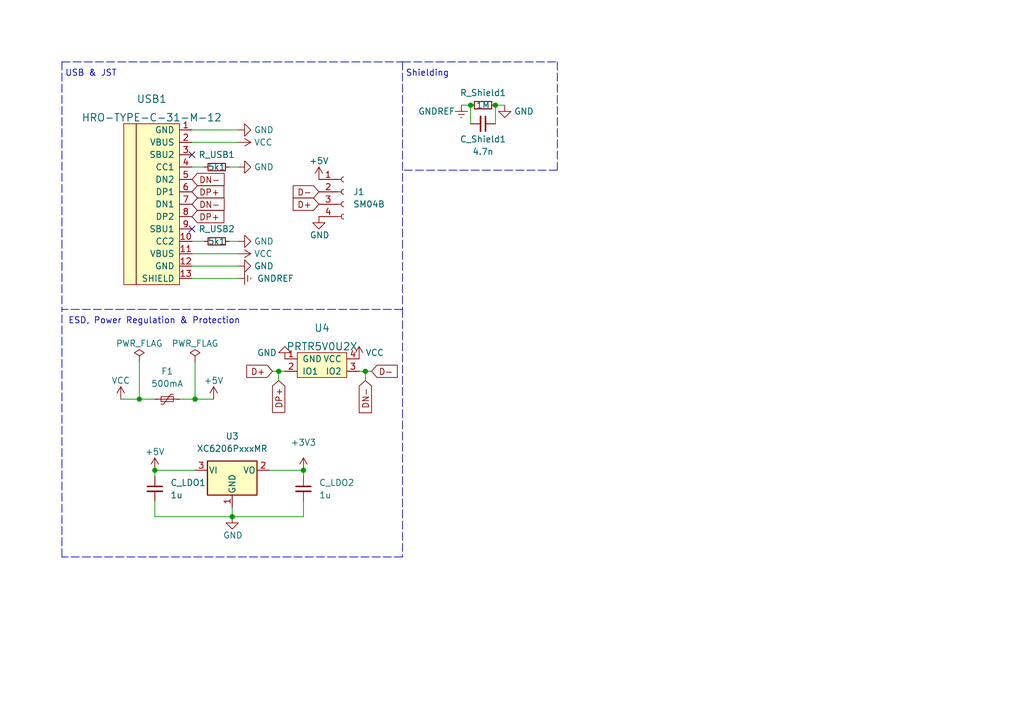
<source format=kicad_sch>
(kicad_sch (version 20231120) (generator "eeschema") (generator_version "8.0")
  (paper "A5")
  (lib_symbols
    (symbol "Connector:Conn_01x04_Female" (pin_names (offset 1.016) hide)
      (property "Reference" "J" (at 0 5.08 0))
      (property "Value" "Conn_01x04_Female" (at 0 -7.62 0))
      (symbol "Conn_01x04_Female_1_1"
        (arc (start 0 -4.572) (mid -0.5058 -5.08) (end 0 -5.588) (stroke (width 0.1524)))
        (arc (start 0 -2.032) (mid -0.5058 -2.54) (end 0 -3.048) (stroke (width 0.1524)))
        (polyline (pts (xy -1.27 -5.08) (xy -0.508 -5.08)) (stroke (width 0.1524)))
        (polyline (pts (xy -1.27 -2.54) (xy -0.508 -2.54)) (stroke (width 0.1524)))
        (polyline (pts (xy -1.27 0) (xy -0.508 0)) (stroke (width 0.1524)))
        (polyline (pts (xy -1.27 2.54) (xy -0.508 2.54)) (stroke (width 0.1524)))
        (arc (start 0 0.508) (mid -0.5058 0) (end 0 -0.508) (stroke (width 0.1524)))
        (arc (start 0 3.048) (mid -0.5058 2.54) (end 0 2.032) (stroke (width 0.1524)))
        (pin passive line (at -5.08 2.54 0) (length 3.81) (name "Pin_1") (number "1"))
        (pin passive line (at -5.08 0 0) (length 3.81) (name "Pin_2") (number "2"))
        (pin passive line (at -5.08 -2.54 0) (length 3.81) (name "Pin_3") (number "3"))
        (pin passive line (at -5.08 -5.08 0) (length 3.81) (name "Pin_4") (number "4"))
      )
    )
    (symbol "Device:C_Small" (pin_numbers hide) (pin_names (offset 0.254) hide)
      (property "Reference" "C" (at 0.254 1.778 0))
      (property "Value" "C_Small" (at 0.254 -2.032 0))
      (symbol "C_Small_0_1"
        (polyline (pts (xy -1.524 -0.508) (xy 1.524 -0.508)) (stroke (width 0.3302)))
        (polyline (pts (xy -1.524 0.508) (xy 1.524 0.508)) (stroke (width 0.3048)))
      )
      (symbol "C_Small_1_1"
        (pin passive line (at 0 2.54 270) (length 2.032) (name "~") (number "1"))
        (pin passive line (at 0 -2.54 90) (length 2.032) (name "~") (number "2"))
      )
    )
    (symbol "Device:Polyfuse_Small" (pin_numbers hide) (pin_names (offset 0))
      (property "Reference" "F" (at -1.905 0 90))
      (property "Value" "Polyfuse_Small" (at 1.905 0 90))
      (symbol "Polyfuse_Small_0_1"
        (rectangle (start -0.508 1.27) (end 0.508 -1.27))
        (polyline (pts (xy 0 2.54) (xy 0 -2.54)))
        (polyline (pts (xy -1.016 1.27) (xy -1.016 0.762) (xy 1.016 -0.762) (xy 1.016 -1.27)))
      )
      (symbol "Polyfuse_Small_1_1"
        (pin passive line (at 0 2.54 270) (length 0.635) (name "~") (number "1"))
        (pin passive line (at 0 -2.54 90) (length 0.635) (name "~") (number "2"))
      )
    )
    (symbol "Device:R_Small" (pin_numbers hide) (pin_names (offset 0.254) hide)
      (property "Reference" "R" (at 0.762 0.508 0))
      (property "Value" "R_Small" (at 0.762 -1.016 0))
      (symbol "R_Small_0_1"
        (rectangle (start -0.762 1.778) (end 0.762 -1.778) (stroke (width 0.2032)))
      )
      (symbol "R_Small_1_1"
        (pin passive line (at 0 2.54 270) (length 0.762) (name "~") (number "1"))
        (pin passive line (at 0 -2.54 90) (length 0.762) (name "~") (number "2"))
      )
    )
    (symbol "Regulator_Linear:XC6206PxxxMR" (pin_names (offset 0.254))
      (property "Reference" "U" (at -3.81 3.175 0))
      (property "Value" "XC6206PxxxMR" (at 0 3.175 0))
      (symbol "XC6206PxxxMR_0_1"
        (rectangle (start -5.08 1.905) (end 5.08 -5.08) (stroke (width 0.254)) (fill (type background)))
      )
      (symbol "XC6206PxxxMR_1_1"
        (pin power_in line (at 0 -7.62 90) (length 2.54) (name "GND") (number "1"))
        (pin power_out line (at 7.62 0 180) (length 2.54) (name "VO") (number "2"))
        (pin power_in line (at -7.62 0 0) (length 2.54) (name "VI") (number "3"))
      )
    )
    (symbol "cipulot_parts:HRO-TYPE-C-31-M-12" (pin_names (offset 1.016))
      (property "Reference" "USB" (at -5.08 16.51 0))
      (property "Value" "HRO-TYPE-C-31-M-12" (at -10.16 -1.27 90))
      (symbol "HRO-TYPE-C-31-M-12_0_1"
        (rectangle (start -11.43 15.24) (end -8.89 -17.78) (fill (type background)))
        (rectangle (start 0 -17.78) (end -8.89 15.24) (fill (type background)))
      )
      (symbol "HRO-TYPE-C-31-M-12_1_1"
        (pin input line (at 2.54 13.97 180) (length 2.54) (name "GND") (number "1"))
        (pin input line (at 2.54 -8.89 180) (length 2.54) (name "CC2") (number "10"))
        (pin input line (at 2.54 -11.43 180) (length 2.54) (name "VBUS") (number "11"))
        (pin input line (at 2.54 -13.97 180) (length 2.54) (name "GND") (number "12"))
        (pin input line (at 2.54 -16.51 180) (length 2.54) (name "SHIELD") (number "13"))
        (pin input line (at 2.54 11.43 180) (length 2.54) (name "VBUS") (number "2"))
        (pin input line (at 2.54 8.89 180) (length 2.54) (name "SBU2") (number "3"))
        (pin input line (at 2.54 6.35 180) (length 2.54) (name "CC1") (number "4"))
        (pin input line (at 2.54 3.81 180) (length 2.54) (name "DN2") (number "5"))
        (pin input line (at 2.54 1.27 180) (length 2.54) (name "DP1") (number "6"))
        (pin input line (at 2.54 -1.27 180) (length 2.54) (name "DN1") (number "7"))
        (pin input line (at 2.54 -3.81 180) (length 2.54) (name "DP2") (number "8"))
        (pin input line (at 2.54 -6.35 180) (length 2.54) (name "SBU1") (number "9"))
      )
    )
    (symbol "cipulot_parts:PRTR5V0U2X" (pin_names (offset 1.016))
      (property "Reference" "U" (at 0 3.81 0))
      (property "Value" "PRTR5V0U2X" (at 0 -3.81 0))
      (symbol "PRTR5V0U2X_0_1"
        (rectangle (start -5.08 2.54) (end 5.08 -2.54) (fill (type background)))
      )
      (symbol "PRTR5V0U2X_1_1"
        (pin input line (at -7.62 1.27 0) (length 2.54) (name "GND") (number "1"))
        (pin input line (at -7.62 -1.27 0) (length 2.54) (name "IO1") (number "2"))
        (pin input line (at 7.62 -1.27 180) (length 2.54) (name "IO2") (number "3"))
        (pin input line (at 7.62 1.27 180) (length 2.54) (name "VCC") (number "4"))
      )
    )
    (symbol "power:+3V3" (power) (pin_names (offset 0))
      (property "Value" "+3V3" (at 0 3.556 0))
      (symbol "+3V3_0_1"
        (polyline (pts (xy -0.762 1.27) (xy 0 2.54)))
        (polyline (pts (xy 0 0) (xy 0 2.54)))
        (polyline (pts (xy 0 2.54) (xy 0.762 1.27)))
      )
      (symbol "+3V3_1_1"
        (pin power_in line (at 0 0 90) (length 0) hide (name "+3V3") (number "1"))
      )
    )
    (symbol "power:+5V" (power) (pin_names (offset 0))
      (property "Value" "+5V" (at 0 3.556 0))
      (symbol "+5V_0_1"
        (polyline (pts (xy -0.762 1.27) (xy 0 2.54)))
        (polyline (pts (xy 0 0) (xy 0 2.54)))
        (polyline (pts (xy 0 2.54) (xy 0.762 1.27)))
      )
      (symbol "+5V_1_1"
        (pin power_in line (at 0 0 90) (length 0) hide (name "+5V") (number "1"))
      )
    )
    (symbol "power:GND" (power) (pin_names (offset 0))
      (property "Value" "GND" (at 0 -3.81 0))
      (symbol "GND_0_1"
        (polyline (pts (xy 0 0) (xy 0 -1.27) (xy 1.27 -1.27) (xy 0 -2.54) (xy -1.27 -1.27) (xy 0 -1.27)))
      )
      (symbol "GND_1_1"
        (pin power_in line (at 0 0 270) (length 0) hide (name "GND") (number "1"))
      )
    )
    (symbol "power:GNDREF" (power) (pin_names (offset 0))
      (property "Value" "GNDREF" (at 0 -3.81 0))
      (symbol "GNDREF_0_1"
        (polyline (pts (xy -0.635 -1.905) (xy 0.635 -1.905)))
        (polyline (pts (xy -0.127 -2.54) (xy 0.127 -2.54)))
        (polyline (pts (xy 0 -1.27) (xy 0 0)))
        (polyline (pts (xy 1.27 -1.27) (xy -1.27 -1.27)))
      )
      (symbol "GNDREF_1_1"
        (pin power_in line (at 0 0 270) (length 0) hide (name "GNDREF") (number "1"))
      )
    )
    (symbol "power:PWR_FLAG" (power) (pin_numbers hide) (pin_names (offset 0) hide)
      (property "Value" "PWR_FLAG" (at 0 3.81 0))
      (symbol "PWR_FLAG_0_0"
        (pin power_out line (at 0 0 90) (length 0) (name "pwr") (number "1"))
      )
      (symbol "PWR_FLAG_0_1"
        (polyline (pts (xy 0 0) (xy 0 1.27) (xy -1.016 1.905) (xy 0 2.54) (xy 1.016 1.905) (xy 0 1.27)))
      )
    )
    (symbol "power:VCC" (power) (pin_names (offset 0))
      (property "Value" "VCC" (at 0 3.81 0))
      (symbol "VCC_0_1"
        (polyline (pts (xy -0.762 1.27) (xy 0 2.54)))
        (polyline (pts (xy 0 0) (xy 0 2.54)))
        (polyline (pts (xy 0 2.54) (xy 0.762 1.27)))
      )
      (symbol "VCC_1_1"
        (pin power_in line (at 0 0 90) (length 0) hide (name "VCC") (number "1"))
      )
    )
  )
  (junction (at 96.52 21.59))
  (junction (at 40.005 81.915))
  (junction (at 57.15 76.2))
  (junction (at 62.23 96.52))
  (junction (at 74.93 76.2))
  (junction (at 101.6 21.59))
  (junction (at 47.625 106.045))
  (junction (at 31.75 96.52))
  (junction (at 28.575 81.915))
  (no_connect (at 39.37 46.99))
  (no_connect (at 39.37 31.75))
  (wire (pts (xy 31.75 96.52) (xy 31.75 97.79)))
  (polyline (pts (xy 82.55 12.7) (xy 82.55 63.5)) (stroke (width 0) (type dash)))
  (wire (pts (xy 24.765 81.915) (xy 28.575 81.915)))
  (wire (pts (xy 96.52 21.59) (xy 96.52 25.4)))
  (wire (pts (xy 47.625 104.14) (xy 47.625 106.045)))
  (polyline (pts (xy 12.7 114.3) (xy 12.7 63.5)) (stroke (width 0) (type dash)))
  (wire (pts (xy 31.75 96.52) (xy 40.005 96.52)))
  (polyline (pts (xy 114.3 12.7) (xy 114.3 34.925)) (stroke (width 0) (type dash)))
  (wire (pts (xy 74.93 76.2) (xy 74.93 78.105)))
  (wire (pts (xy 46.99 49.53) (xy 48.895 49.53)))
  (wire (pts (xy 57.15 76.2) (xy 58.42 76.2)))
  (wire (pts (xy 73.66 76.2) (xy 74.93 76.2)))
  (wire (pts (xy 55.245 96.52) (xy 62.23 96.52)))
  (wire (pts (xy 39.37 26.67) (xy 48.895 26.67)))
  (wire (pts (xy 101.6 21.59) (xy 101.6 25.4)))
  (polyline (pts (xy 12.7 12.7) (xy 12.7 63.5)) (stroke (width 0) (type dash)))
  (wire (pts (xy 36.83 81.915) (xy 40.005 81.915)))
  (wire (pts (xy 101.6 21.59) (xy 103.505 21.59)))
  (polyline (pts (xy 82.55 114.3) (xy 12.7 114.3)) (stroke (width 0) (type dash)))
  (wire (pts (xy 28.575 81.915) (xy 31.75 81.915)))
  (wire (pts (xy 31.75 102.87) (xy 31.75 106.045)))
  (wire (pts (xy 39.37 49.53) (xy 41.91 49.53)))
  (wire (pts (xy 40.005 81.915) (xy 43.815 81.915)))
  (wire (pts (xy 39.37 57.15) (xy 48.895 57.15)))
  (wire (pts (xy 46.99 34.29) (xy 48.895 34.29)))
  (wire (pts (xy 39.37 34.29) (xy 41.91 34.29)))
  (wire (pts (xy 62.23 106.045) (xy 62.23 102.87)))
  (wire (pts (xy 39.37 52.07) (xy 48.895 52.07)))
  (polyline (pts (xy 82.55 63.5) (xy 82.55 114.3)) (stroke (width 0) (type dash)))
  (polyline (pts (xy 82.55 63.5) (xy 12.7 63.5)) (stroke (width 0) (type dash)))
  (wire (pts (xy 94.615 21.59) (xy 96.52 21.59)))
  (wire (pts (xy 28.575 74.295) (xy 28.575 81.915)))
  (wire (pts (xy 74.93 76.2) (xy 76.2 76.2)))
  (wire (pts (xy 39.37 29.21) (xy 48.895 29.21)))
  (wire (pts (xy 62.23 96.52) (xy 62.23 97.79)))
  (polyline (pts (xy 114.3 34.925) (xy 82.55 34.925)) (stroke (width 0) (type dash)))
  (polyline (pts (xy 12.7 12.7) (xy 82.55 12.7)) (stroke (width 0) (type dash)))
  (wire (pts (xy 39.37 54.61) (xy 48.895 54.61)))
  (wire (pts (xy 57.15 76.2) (xy 57.15 78.105)))
  (polyline (pts (xy 82.55 12.7) (xy 114.3 12.7)) (stroke (width 0) (type dash)))
  (wire (pts (xy 31.75 106.045) (xy 47.625 106.045)))
  (wire (pts (xy 47.625 106.045) (xy 62.23 106.045)))
  (wire (pts (xy 55.88 76.2) (xy 57.15 76.2)))
  (wire (pts (xy 40.005 74.295) (xy 40.005 81.915)))
  (text "Shielding\n" (at 83.185 15.875 0) (effects (font (size 1.27 1.27)) (justify left bottom)))
  (text "ESD, Power Regulation & Protection" (at 13.97 66.675 0) (effects (font (size 1.27 1.27)) (justify left bottom)))
  (text "USB & JST\n" (at 13.335 15.875 0) (effects (font (size 1.27 1.27)) (justify left bottom)))
  (global_label "D-" (shape input) (at 76.2 76.2 0) (property "Intersheetrefs" "${INTERSHEET_REFS}" (effects (hide yes))))
  (global_label "D+" (shape input) (at 55.88 76.2 180) (property "Intersheetrefs" "${INTERSHEET_REFS}" (effects (hide yes))))
  (global_label "D+" (shape input) (at 65.405 41.91 180) (property "Intersheetrefs" "${INTERSHEET_REFS}" (effects (hide yes))))
  (global_label "DN-" (shape input) (at 39.37 41.91 0) (property "Intersheetrefs" "${INTERSHEET_REFS}" (effects (hide yes))))
  (global_label "D-" (shape input) (at 65.405 39.37 180) (property "Intersheetrefs" "${INTERSHEET_REFS}" (effects (hide yes))))
  (global_label "DP+" (shape input) (at 39.37 39.37 0) (property "Intersheetrefs" "${INTERSHEET_REFS}" (effects (hide yes))))
  (global_label "DP+" (shape input) (at 57.15 78.105 270) (property "Intersheetrefs" "${INTERSHEET_REFS}" (effects (hide yes))))
  (global_label "DN-" (shape input) (at 74.93 78.105 270) (property "Intersheetrefs" "${INTERSHEET_REFS}" (effects (hide yes))))
  (global_label "DP+" (shape input) (at 39.37 44.45 0) (property "Intersheetrefs" "${INTERSHEET_REFS}" (effects (hide yes))))
  (global_label "DN-" (shape input) (at 39.37 36.83 0) (property "Intersheetrefs" "${INTERSHEET_REFS}" (effects (hide yes))))
  (symbol (lib_id "Device:R_Small") (at 44.45 49.53 90) (unit 1)
    (property "Reference" "R_USB2" (at 44.45 46.99 90))
    (property "Value" "5k1" (at 44.45 49.53 90))
    (property "Footprint" "Resistor_SMD:R_0402_1005Metric" (effects (hide yes)))
  )
  (symbol (lib_id "power:PWR_FLAG") (at 28.575 74.295 0) (unit 1)
    (property "Reference" "#FLG0102" (effects (hide yes)))
    (property "Value" "PWR_FLAG" (at 28.575 70.485 0))
  )
  (symbol (lib_id "power:PWR_FLAG") (at 40.005 74.295 0) (unit 1)
    (property "Reference" "#FLG0101" (effects (hide yes)))
    (property "Value" "PWR_FLAG" (at 40.005 70.485 0))
  )
  (symbol (lib_id "power:GND") (at 48.895 54.61 90) (unit 1)
    (property "Reference" "#PWR0129" (effects (hide yes)))
    (property "Value" "GND" (at 52.07 54.6099 90) (effects (justify right)))
  )
  (symbol (lib_id "Device:Polyfuse_Small") (at 34.29 81.915 90) (unit 1)
    (property "Reference" "F1" (at 34.29 76.2 90))
    (property "Value" "500mA" (at 34.29 78.74 90))
    (property "Footprint" "Fuse:Fuse_0805_2012Metric" (effects (hide yes)))
  )
  (symbol (lib_id "power:GNDREF") (at 94.615 21.59 0) (unit 1)
    (property "Reference" "#PWR0132" (effects (hide yes)))
    (property "Value" "GNDREF" (at 85.725 22.86 0) (effects (justify left)))
  )
  (symbol (lib_id "power:GND") (at 58.42 73.66 180) (unit 1)
    (property "Reference" "#PWR0119" (effects (hide yes)))
    (property "Value" "GND" (at 52.705 72.39 0) (effects (justify right)))
  )
  (symbol (lib_id "power:GND") (at 65.405 44.45 0) (unit 1)
    (property "Reference" "#PWR0128" (effects (hide yes)))
    (property "Value" "GND" (at 63.5 48.26 0) (effects (justify left)))
  )
  (symbol (lib_id "Device:R_Small") (at 44.45 34.29 90) (unit 1)
    (property "Reference" "R_USB1" (at 44.45 31.75 90))
    (property "Value" "5k1" (at 44.45 34.29 90))
    (property "Footprint" "Resistor_SMD:R_0402_1005Metric" (effects (hide yes)))
  )
  (symbol (lib_id "power:GNDREF") (at 48.895 57.15 90) (unit 1)
    (property "Reference" "#PWR0126" (effects (hide yes)))
    (property "Value" "GNDREF" (at 52.705 57.1499 90) (effects (justify right)))
  )
  (symbol (lib_id "power:GND") (at 48.895 49.53 90) (unit 1)
    (property "Reference" "#PWR0127" (effects (hide yes)))
    (property "Value" "GND" (at 52.07 49.5299 90) (effects (justify right)))
  )
  (symbol (lib_id "power:+5V") (at 43.815 81.915 0) (unit 1)
    (property "Reference" "#PWR0120" (effects (hide yes)))
    (property "Value" "+5V" (at 43.815 78.105 0))
  )
  (symbol (lib_id "Connector:Conn_01x04_Female") (at 70.485 39.37 0) (unit 1)
    (property "Reference" "J1" (at 72.39 39.3699 0) (effects (justify left)))
    (property "Value" "SM04B" (at 72.39 41.9099 0) (effects (justify left)))
    (property "Footprint" "Connector_JST:JST_SH_SM04B-SRSS-TB_1x04-1MP_P1.00mm_Horizontal" (effects (hide yes)))
  )
  (symbol (lib_id "power:+5V") (at 65.405 36.83 0) (unit 1)
    (property "Reference" "#PWR0136" (effects (hide yes)))
    (property "Value" "+5V" (at 65.405 33.02 0))
  )
  (symbol (lib_id "power:VCC") (at 73.66 73.66 0) (unit 1)
    (property "Reference" "#PWR0124" (effects (hide yes)))
    (property "Value" "VCC" (at 74.93 72.39 0) (effects (justify left)))
  )
  (symbol (lib_id "power:VCC") (at 48.895 29.21 270) (unit 1)
    (property "Reference" "#PWR0134" (effects (hide yes)))
    (property "Value" "VCC" (at 52.07 29.2099 90) (effects (justify left)))
  )
  (symbol (lib_id "power:+5V") (at 31.75 96.52 0) (unit 1)
    (property "Reference" "#PWR0123" (effects (hide yes)))
    (property "Value" "+5V" (at 31.75 92.71 0))
  )
  (symbol (lib_id "Device:C_Small") (at 99.06 25.4 270) (unit 1)
    (property "Reference" "C_Shield1" (at 99.06 28.575 90))
    (property "Value" "4.7n" (at 99.06 31.115 90))
    (property "Footprint" "Capacitor_SMD:C_0402_1005Metric" (effects (hide yes)))
  )
  (symbol (lib_id "power:GND") (at 48.895 34.29 90) (unit 1)
    (property "Reference" "#PWR0133" (effects (hide yes)))
    (property "Value" "GND" (at 52.07 34.2899 90) (effects (justify right)))
  )
  (symbol (lib_id "power:GND") (at 47.625 106.045 0) (unit 1)
    (property "Reference" "#PWR0121" (effects (hide yes)))
    (property "Value" "GND" (at 45.72 109.855 0) (effects (justify left)))
  )
  (symbol (lib_id "power:VCC") (at 48.895 52.07 270) (unit 1)
    (property "Reference" "#PWR0130" (effects (hide yes)))
    (property "Value" "VCC" (at 52.07 52.0699 90) (effects (justify left)))
  )
  (symbol (lib_id "power:GND") (at 48.895 26.67 90) (unit 1)
    (property "Reference" "#PWR0135" (effects (hide yes)))
    (property "Value" "GND" (at 52.07 26.6699 90) (effects (justify right)))
  )
  (symbol (lib_id "Regulator_Linear:XC6206PxxxMR") (at 47.625 96.52 0) (unit 1)
    (property "Reference" "U3" (at 47.625 89.535 0))
    (property "Value" "XC6206PxxxMR" (at 47.625 92.075 0))
    (property "Footprint" "Package_TO_SOT_SMD:SOT-23" (effects (hide yes)))
    (property "Datasheet" "https://www.torexsemi.com/file/xc6206/XC6206.pdf" (effects (hide yes)))
  )
  (symbol (lib_id "Device:C_Small") (at 31.75 100.33 0) (unit 1)
    (property "Reference" "C_LDO1" (at 34.925 99.0662 0) (effects (justify left)))
    (property "Value" "1u" (at 34.925 101.6062 0) (effects (justify left)))
    (property "Footprint" "Capacitor_SMD:C_0402_1005Metric" (effects (hide yes)))
  )
  (symbol (lib_id "power:GND") (at 103.505 21.59 0) (unit 1)
    (property "Reference" "#PWR0131" (effects (hide yes)))
    (property "Value" "GND" (at 105.41 22.8599 0) (effects (justify left)))
  )
  (symbol (lib_id "power:VCC") (at 24.765 81.915 0) (unit 1)
    (property "Reference" "#PWR0122" (effects (hide yes)))
    (property "Value" "VCC" (at 24.765 78.105 0))
  )
  (symbol (lib_id "Device:R_Small") (at 99.06 21.59 90) (unit 1)
    (property "Reference" "R_Shield1" (at 99.06 19.05 90))
    (property "Value" "1M" (at 99.06 21.59 90))
    (property "Footprint" "Resistor_SMD:R_0402_1005Metric" (effects (hide yes)))
  )
  (symbol (lib_id "Device:C_Small") (at 62.23 100.33 0) (unit 1)
    (property "Reference" "C_LDO2" (at 65.405 99.0662 0) (effects (justify left)))
    (property "Value" "1u" (at 65.405 101.6062 0) (effects (justify left)))
    (property "Footprint" "Capacitor_SMD:C_0402_1005Metric" (effects (hide yes)))
  )
  (symbol (lib_id "power:+3V3") (at 62.23 96.52 0) (unit 1)
    (property "Reference" "#PWR0125" (effects (hide yes)))
    (property "Value" "+3V3" (at 62.23 90.805 0))
  )
  (symbol (lib_id "cipulot_parts:HRO-TYPE-C-31-M-12") (at 36.83 40.64 0) (unit 1)
    (property "Reference" "USB1" (at 31.115 20.32 0) (effects (font (size 1.524 1.524))))
    (property "Value" "HRO-TYPE-C-31-M-12" (at 31.115 24.13 0) (effects (font (size 1.524 1.524))))
    (property "Footprint" "cipulot_parts:HRO-TYPE-C-31-M-12-Assembly" (effects (hide yes)))
  )
  (symbol (lib_id "cipulot_parts:PRTR5V0U2X") (at 66.04 74.93 0) (unit 1)
    (property "Reference" "U4" (at 66.04 67.31 0) (effects (font (size 1.524 1.524))))
    (property "Value" "PRTR5V0U2X" (at 66.04 71.12 0) (effects (font (size 1.524 1.524))))
    (property "Footprint" "random-keyboard-parts:SOT143B" (effects (hide yes)))
  )
)
</source>
